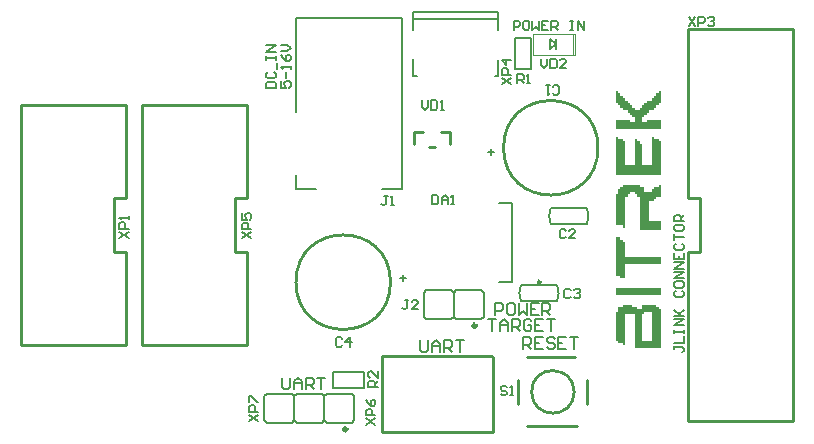
<source format=gto>
G04*
G04 #@! TF.GenerationSoftware,Altium Limited,Altium Designer,18.1.7 (191)*
G04*
G04 Layer_Color=65535*
%FSLAX24Y24*%
%MOIN*%
G70*
G01*
G75*
%ADD10C,0.0100*%
%ADD11C,0.0118*%
%ADD12C,0.0070*%
%ADD13C,0.0098*%
%ADD14C,0.0050*%
%ADD15C,0.0079*%
%ADD16C,0.0039*%
G36*
X55525Y21638D02*
Y21798D01*
X55605D01*
X55685D01*
Y21878D01*
X55765D01*
X55845D01*
X55925D01*
X56005D01*
Y21798D01*
X56085D01*
X56165D01*
Y21718D01*
X56245D01*
X56325D01*
Y21878D01*
X56405D01*
X56485D01*
X56565D01*
X56645D01*
X56725D01*
X56805D01*
Y21798D01*
X56885D01*
Y21718D01*
X56965D01*
Y20438D01*
X56885D01*
X56805D01*
X56725D01*
X56645D01*
X56565D01*
X56485D01*
X56405D01*
X56325D01*
X56245D01*
X56165D01*
X56085D01*
Y21558D01*
X56005D01*
X55925D01*
X55845D01*
X55765D01*
Y20518D01*
X55685D01*
Y20598D01*
X55605D01*
X55525D01*
Y20678D01*
X55445D01*
Y21638D01*
X55525D01*
D02*
G37*
G36*
Y22438D02*
X55605D01*
X55685D01*
X55765D01*
X55845D01*
X55925D01*
X56005D01*
X56085D01*
X56165D01*
X56245D01*
X56325D01*
X56405D01*
X56485D01*
X56565D01*
X56645D01*
X56725D01*
X56805D01*
X56885D01*
X56965D01*
Y22198D01*
X56885D01*
X56805D01*
X56725D01*
X56645D01*
X56565D01*
X56485D01*
X56405D01*
X56325D01*
X56245D01*
X56165D01*
X56085D01*
X56005D01*
X55925D01*
X55845D01*
X55765D01*
X55685D01*
X55605D01*
X55525D01*
X55445D01*
Y22438D01*
X55525D01*
D02*
G37*
G36*
Y24118D02*
X55605D01*
Y24038D01*
X55685D01*
Y23958D01*
X55765D01*
Y23478D01*
X55845D01*
X55925D01*
X56005D01*
X56085D01*
X56165D01*
X56245D01*
X56325D01*
X56405D01*
X56485D01*
X56565D01*
X56645D01*
X56725D01*
X56805D01*
X56885D01*
X56965D01*
Y23238D01*
X56885D01*
X56805D01*
X56725D01*
X56645D01*
X56565D01*
X56485D01*
X56405D01*
X56325D01*
X56245D01*
X56165D01*
X56085D01*
X56005D01*
X55925D01*
X55845D01*
X55765D01*
Y22758D01*
X55685D01*
X55605D01*
Y22838D01*
X55525D01*
X55445D01*
Y24118D01*
X55525D01*
D02*
G37*
G36*
Y25558D02*
Y25718D01*
X55605D01*
Y25798D01*
X55685D01*
Y25878D01*
X55765D01*
X55845D01*
X55925D01*
X56005D01*
X56085D01*
X56165D01*
X56245D01*
Y25798D01*
X56325D01*
X56405D01*
Y25638D01*
X56485D01*
X56565D01*
X56645D01*
Y25718D01*
X56725D01*
Y25798D01*
X56805D01*
X56885D01*
Y25878D01*
X56965D01*
Y25478D01*
X56885D01*
X56805D01*
Y25398D01*
X56725D01*
Y25318D01*
X56645D01*
X56565D01*
Y24678D01*
X56645D01*
X56725D01*
X56805D01*
X56885D01*
X56965D01*
Y24358D01*
X56885D01*
X56805D01*
X56725D01*
X56645D01*
X56565D01*
X56485D01*
X56405D01*
X56325D01*
X56245D01*
Y25478D01*
X56165D01*
Y25558D01*
X56085D01*
Y25638D01*
X56005D01*
X55925D01*
Y25558D01*
X55845D01*
Y25478D01*
X55765D01*
Y24438D01*
X55685D01*
Y24518D01*
X55605D01*
X55525D01*
X55445D01*
Y25558D01*
X55525D01*
D02*
G37*
G36*
Y27478D02*
Y27398D01*
X55605D01*
X55685D01*
Y27318D01*
X55765D01*
Y26518D01*
X55845D01*
X55925D01*
X56005D01*
X56085D01*
Y27398D01*
X56165D01*
Y27318D01*
X56245D01*
Y27238D01*
X56325D01*
Y26518D01*
X56405D01*
X56485D01*
X56565D01*
X56645D01*
Y27478D01*
X56725D01*
Y27398D01*
X56805D01*
X56885D01*
Y27318D01*
X56965D01*
Y26198D01*
X56885D01*
X56805D01*
X56725D01*
X56645D01*
X56565D01*
X56485D01*
X56405D01*
X56325D01*
X56245D01*
X56165D01*
X56085D01*
X56005D01*
X55925D01*
X55845D01*
X55765D01*
X55685D01*
X55605D01*
X55525D01*
X55445D01*
Y27478D01*
X55525D01*
D02*
G37*
G36*
Y28998D02*
Y28918D01*
X55605D01*
Y28838D01*
X55685D01*
Y28758D01*
X55765D01*
Y28678D01*
X55845D01*
Y28598D01*
X55925D01*
Y28518D01*
X56005D01*
Y28438D01*
X56085D01*
Y28358D01*
X56165D01*
X56245D01*
Y28438D01*
X56325D01*
Y28518D01*
X56405D01*
Y28598D01*
X56485D01*
Y28678D01*
X56565D01*
X56645D01*
Y28758D01*
X56725D01*
Y28838D01*
X56805D01*
Y28918D01*
X56885D01*
Y28998D01*
X56965D01*
Y28598D01*
X56885D01*
Y28518D01*
X56805D01*
Y28438D01*
X56725D01*
Y28358D01*
X56645D01*
X56565D01*
Y28278D01*
X56485D01*
Y28198D01*
X56405D01*
Y28118D01*
X56325D01*
Y27958D01*
X56405D01*
X56485D01*
Y28038D01*
X56565D01*
X56645D01*
X56725D01*
X56805D01*
X56885D01*
X56965D01*
Y27718D01*
X56885D01*
X56805D01*
X56725D01*
X56645D01*
X56565D01*
X56485D01*
X56405D01*
X56325D01*
X56245D01*
X56165D01*
X56085D01*
X56005D01*
X55925D01*
X55845D01*
X55765D01*
X55685D01*
X55605D01*
X55525D01*
X55445D01*
Y28038D01*
X55525D01*
X55605D01*
X55685D01*
X55765D01*
X55845D01*
X55925D01*
Y27958D01*
X56005D01*
X56085D01*
Y28118D01*
X56005D01*
Y28198D01*
X55925D01*
Y28278D01*
X55845D01*
Y28358D01*
X55765D01*
X55685D01*
Y28438D01*
X55605D01*
Y28518D01*
X55525D01*
Y28598D01*
X55445D01*
Y28998D01*
X55525D01*
D02*
G37*
%LPC*%
G36*
X56325Y21558D02*
Y20678D01*
X56405D01*
X56485D01*
X56565D01*
X56645D01*
Y21638D01*
X56565D01*
X56485D01*
X56405D01*
Y21558D01*
X56325D01*
D02*
G37*
%LPD*%
D10*
X54862Y27106D02*
G03*
X54862Y27106I-1575J0D01*
G01*
X54066Y18971D02*
G03*
X54066Y18971I-710J0D01*
G01*
X47943Y22628D02*
G03*
X47943Y22628I-1575J0D01*
G01*
X42756Y23643D02*
X43156D01*
X42756Y25443D02*
X43156D01*
X39656Y20543D02*
X43156D01*
X39656Y28543D02*
X43156D01*
X42756Y23643D02*
Y25443D01*
X43156Y20543D02*
Y23643D01*
Y25443D02*
Y28543D01*
X39656Y20543D02*
Y28543D01*
X38724Y23643D02*
X39124D01*
X38724Y25443D02*
X39124D01*
X35624Y20543D02*
X39124D01*
X35624Y28543D02*
X39124D01*
X38724Y23643D02*
Y25443D01*
X39124Y20543D02*
Y23643D01*
Y25443D02*
Y28543D01*
X35624Y20543D02*
Y28543D01*
X57864Y17988D02*
Y23641D01*
Y25441D02*
X58264D01*
X57864D02*
Y31051D01*
Y23641D02*
X58264D01*
Y25441D01*
X57864Y17988D02*
X61364D01*
Y31051D01*
X57864D02*
X61364D01*
X47677Y17638D02*
X49254Y17636D01*
X47677Y20157D02*
X51339D01*
X47654Y17636D02*
Y20136D01*
X51354Y17636D02*
Y20136D01*
X49213Y17638D02*
X51354Y17636D01*
X52506Y17821D02*
X54156D01*
X52506Y20121D02*
X54106D01*
X52206Y18571D02*
Y19371D01*
X54506Y18571D02*
Y19371D01*
X48717Y27644D02*
X49017D01*
X49917Y27244D02*
Y27644D01*
X49617D02*
X49917D01*
X49217Y27144D02*
X49417D01*
X48717Y27244D02*
Y27644D01*
D11*
X50810Y21178D02*
G03*
X50810Y21178I-59J0D01*
G01*
X46495Y17725D02*
G03*
X46495Y17725I-59J0D01*
G01*
D12*
X53497Y22008D02*
G03*
X53497Y22518I-608J256D01*
G01*
X52289D02*
G03*
X52290Y22008I609J-255D01*
G01*
X54491Y24577D02*
G03*
X54491Y25087I-608J256D01*
G01*
X53284D02*
G03*
X53284Y24577I609J-255D01*
G01*
X46014Y19626D02*
X47057D01*
X46014Y19114D02*
X47057D01*
Y19626D01*
X46014Y19114D02*
Y19626D01*
X52293Y22519D02*
X53493D01*
X52293Y22008D02*
X53494D01*
X53287Y25088D02*
X54487D01*
X53287Y24577D02*
X54488D01*
X52618Y29734D02*
Y30778D01*
X52106Y29734D02*
Y30778D01*
Y29734D02*
X52618D01*
X52106Y30778D02*
X52618D01*
D13*
X52953Y22628D02*
G03*
X52953Y22628I-49J0D01*
G01*
D14*
X48335Y25724D02*
X48337Y31427D01*
X44793D02*
X44795Y28304D01*
X44793Y31427D02*
X48337D01*
X47665Y25724D02*
X48335D01*
X44795D02*
Y26194D01*
Y25724D02*
X45465D01*
X53465Y30404D02*
Y30719D01*
X53268D02*
X53465Y30561D01*
X53268Y30404D02*
Y30719D01*
Y30404D02*
X53465Y30561D01*
D15*
X49972Y21396D02*
X50051Y21475D01*
X49130Y21396D02*
X49972D01*
X49051Y21475D02*
X49130Y21396D01*
X49051Y21475D02*
Y22282D01*
X49130Y22360D01*
X49972D01*
X50051Y22282D01*
Y21475D02*
Y22282D01*
X51051Y21475D02*
Y22282D01*
X50972Y22360D02*
X51051Y22282D01*
X50130Y22360D02*
X50972D01*
X50051Y22282D02*
X50130Y22360D01*
X50051Y21475D02*
X50130Y21396D01*
X50972D01*
X51051Y21475D01*
X46657Y17943D02*
X46736Y18022D01*
X43736D02*
Y18829D01*
X44657Y18907D02*
X44736Y18829D01*
X43815Y18907D02*
X44657D01*
X43815Y17943D02*
X44657D01*
X44736Y18022D01*
X45657Y17943D02*
X45736Y18022D01*
X44815Y17943D02*
X45657D01*
X44736Y18022D02*
X44815Y17943D01*
X44736Y18022D02*
Y18829D01*
X44815Y18907D01*
X45657D01*
X45736Y18829D01*
Y18022D02*
Y18829D01*
X46736Y18022D02*
Y18829D01*
X46657Y18907D02*
X46736Y18829D01*
X45815Y18907D02*
X46657D01*
X45736Y18829D02*
X45815Y18907D01*
X45736Y18022D02*
X45815Y17943D01*
X46657D01*
X46736Y18022D01*
X43736Y18829D02*
X43815Y18907D01*
X43736Y18022D02*
X43815Y17943D01*
X51575Y25266D02*
X52008D01*
X51575Y22628D02*
X52008D01*
Y25266D01*
X51535Y31398D02*
Y31644D01*
X48701D02*
X51535D01*
X48701Y31407D02*
Y31644D01*
X51427Y29508D02*
X51535D01*
Y30039D01*
Y31033D02*
Y31407D01*
X48701D02*
X51535D01*
X48701Y29508D02*
X48819D01*
X48701D02*
Y30059D01*
Y31024D02*
Y31407D01*
X44301Y29324D02*
Y29114D01*
X44459D01*
X44406Y29219D01*
Y29272D01*
X44459Y29324D01*
X44564D01*
X44616Y29272D01*
Y29167D01*
X44564Y29114D01*
X44459Y29429D02*
Y29639D01*
X44616Y29744D02*
Y29849D01*
Y29796D01*
X44301D01*
X44354Y29744D01*
X44301Y30216D02*
X44354Y30111D01*
X44459Y30006D01*
X44564D01*
X44616Y30059D01*
Y30164D01*
X44564Y30216D01*
X44511D01*
X44459Y30164D01*
Y30006D01*
X44301Y30321D02*
X44511D01*
X44616Y30426D01*
X44511Y30531D01*
X44301D01*
X43809Y29104D02*
X44124D01*
Y29262D01*
X44072Y29314D01*
X43862D01*
X43809Y29262D01*
Y29104D01*
X43862Y29629D02*
X43809Y29577D01*
Y29472D01*
X43862Y29419D01*
X44072D01*
X44124Y29472D01*
Y29577D01*
X44072Y29629D01*
X44176Y29734D02*
Y29944D01*
X43809Y30049D02*
Y30154D01*
Y30101D01*
X44124D01*
Y30049D01*
Y30154D01*
Y30311D02*
X43809D01*
X44124Y30521D01*
X43809D01*
X57402Y20505D02*
Y20400D01*
Y20453D01*
X57664D01*
X57717Y20400D01*
Y20348D01*
X57664Y20295D01*
X57402Y20610D02*
X57717D01*
Y20820D01*
X57402Y20925D02*
Y21030D01*
Y20977D01*
X57717D01*
Y20925D01*
Y21030D01*
Y21187D02*
X57402D01*
X57717Y21397D01*
X57402D01*
Y21502D02*
X57717D01*
X57612D01*
X57402Y21712D01*
X57559Y21555D01*
X57717Y21712D01*
X57454Y22342D02*
X57402Y22289D01*
Y22184D01*
X57454Y22132D01*
X57664D01*
X57717Y22184D01*
Y22289D01*
X57664Y22342D01*
X57402Y22604D02*
Y22499D01*
X57454Y22447D01*
X57664D01*
X57717Y22499D01*
Y22604D01*
X57664Y22657D01*
X57454D01*
X57402Y22604D01*
X57717Y22762D02*
X57402D01*
X57717Y22972D01*
X57402D01*
X57717Y23077D02*
X57402D01*
X57717Y23286D01*
X57402D01*
Y23601D02*
Y23391D01*
X57717D01*
Y23601D01*
X57559Y23391D02*
Y23496D01*
X57454Y23916D02*
X57402Y23864D01*
Y23759D01*
X57454Y23706D01*
X57664D01*
X57717Y23759D01*
Y23864D01*
X57664Y23916D01*
X57402Y24021D02*
Y24231D01*
Y24126D01*
X57717D01*
X57402Y24493D02*
Y24388D01*
X57454Y24336D01*
X57664D01*
X57717Y24388D01*
Y24493D01*
X57664Y24546D01*
X57454D01*
X57402Y24493D01*
X57717Y24651D02*
X57402D01*
Y24808D01*
X57454Y24861D01*
X57559D01*
X57612Y24808D01*
Y24651D01*
Y24756D02*
X57717Y24861D01*
X52047Y31033D02*
Y31348D01*
X52205D01*
X52257Y31296D01*
Y31191D01*
X52205Y31138D01*
X52047D01*
X52520Y31348D02*
X52415D01*
X52362Y31296D01*
Y31086D01*
X52415Y31033D01*
X52520D01*
X52572Y31086D01*
Y31296D01*
X52520Y31348D01*
X52677D02*
Y31033D01*
X52782Y31138D01*
X52887Y31033D01*
Y31348D01*
X53202D02*
X52992D01*
Y31033D01*
X53202D01*
X52992Y31191D02*
X53097D01*
X53307Y31033D02*
Y31348D01*
X53464D01*
X53517Y31296D01*
Y31191D01*
X53464Y31138D01*
X53307D01*
X53412D02*
X53517Y31033D01*
X53936Y31348D02*
X54041D01*
X53989D01*
Y31033D01*
X53936D01*
X54041D01*
X54199D02*
Y31348D01*
X54409Y31033D01*
Y31348D01*
X52362Y20394D02*
Y20787D01*
X52559D01*
X52625Y20722D01*
Y20590D01*
X52559Y20525D01*
X52362D01*
X52493D02*
X52625Y20394D01*
X53018Y20787D02*
X52756D01*
Y20394D01*
X53018D01*
X52756Y20590D02*
X52887D01*
X53412Y20722D02*
X53346Y20787D01*
X53215D01*
X53149Y20722D01*
Y20656D01*
X53215Y20590D01*
X53346D01*
X53412Y20525D01*
Y20459D01*
X53346Y20394D01*
X53215D01*
X53149Y20459D01*
X53805Y20787D02*
X53543D01*
Y20394D01*
X53805D01*
X53543Y20590D02*
X53674D01*
X53937Y20787D02*
X54199D01*
X54068D01*
Y20394D01*
X51201Y21407D02*
X51463D01*
X51332D01*
Y21014D01*
X51594D02*
Y21276D01*
X51726Y21407D01*
X51857Y21276D01*
Y21014D01*
Y21211D01*
X51594D01*
X51988Y21014D02*
Y21407D01*
X52185D01*
X52250Y21342D01*
Y21211D01*
X52185Y21145D01*
X51988D01*
X52119D02*
X52250Y21014D01*
X52644Y21342D02*
X52578Y21407D01*
X52447D01*
X52382Y21342D01*
Y21079D01*
X52447Y21014D01*
X52578D01*
X52644Y21079D01*
Y21211D01*
X52513D01*
X53037Y21407D02*
X52775D01*
Y21014D01*
X53037D01*
X52775Y21211D02*
X52906D01*
X53169Y21407D02*
X53431D01*
X53300D01*
Y21014D01*
X51437Y21526D02*
Y21919D01*
X51634D01*
X51699Y21854D01*
Y21722D01*
X51634Y21657D01*
X51437D01*
X52027Y21919D02*
X51896D01*
X51831Y21854D01*
Y21591D01*
X51896Y21526D01*
X52027D01*
X52093Y21591D01*
Y21854D01*
X52027Y21919D01*
X52224D02*
Y21526D01*
X52355Y21657D01*
X52487Y21526D01*
Y21919D01*
X52880D02*
X52618D01*
Y21526D01*
X52880D01*
X52618Y21722D02*
X52749D01*
X53011Y21526D02*
Y21919D01*
X53208D01*
X53274Y21854D01*
Y21722D01*
X53208Y21657D01*
X53011D01*
X53142D02*
X53274Y21526D01*
X48937Y20709D02*
Y20381D01*
X49003Y20315D01*
X49134D01*
X49199Y20381D01*
Y20709D01*
X49331Y20315D02*
Y20577D01*
X49462Y20709D01*
X49593Y20577D01*
Y20315D01*
Y20512D01*
X49331D01*
X49724Y20315D02*
Y20709D01*
X49921D01*
X49987Y20643D01*
Y20512D01*
X49921Y20446D01*
X49724D01*
X49855D02*
X49987Y20315D01*
X50118Y20709D02*
X50380D01*
X50249D01*
Y20315D01*
X44331Y19449D02*
Y19121D01*
X44396Y19055D01*
X44528D01*
X44593Y19121D01*
Y19449D01*
X44724Y19055D02*
Y19318D01*
X44855Y19449D01*
X44987Y19318D01*
Y19055D01*
Y19252D01*
X44724D01*
X45118Y19055D02*
Y19449D01*
X45315D01*
X45380Y19383D01*
Y19252D01*
X45315Y19186D01*
X45118D01*
X45249D02*
X45380Y19055D01*
X45511Y19449D02*
X45774D01*
X45643D01*
Y19055D01*
X51201Y26959D02*
X51411D01*
X51306Y27064D02*
Y26854D01*
X48455Y22776D02*
X48245D01*
X48350Y22671D02*
Y22881D01*
X43228Y17992D02*
X43543Y18202D01*
X43228D02*
X43543Y17992D01*
Y18307D02*
X43228D01*
Y18464D01*
X43281Y18517D01*
X43386D01*
X43438Y18464D01*
Y18307D01*
X43228Y18622D02*
Y18832D01*
X43281D01*
X43491Y18622D01*
X43543D01*
X47126Y17874D02*
X47441Y18084D01*
X47126D02*
X47441Y17874D01*
Y18189D02*
X47126D01*
Y18346D01*
X47179Y18399D01*
X47284D01*
X47336Y18346D01*
Y18189D01*
X47126Y18714D02*
X47179Y18609D01*
X47284Y18504D01*
X47388D01*
X47441Y18556D01*
Y18661D01*
X47388Y18714D01*
X47336D01*
X47284Y18661D01*
Y18504D01*
X42992Y24085D02*
X43307Y24295D01*
X42992D02*
X43307Y24085D01*
Y24399D02*
X42992D01*
Y24557D01*
X43045Y24609D01*
X43150D01*
X43202Y24557D01*
Y24399D01*
X42992Y24924D02*
Y24714D01*
X43150D01*
X43097Y24819D01*
Y24872D01*
X43150Y24924D01*
X43255D01*
X43307Y24872D01*
Y24767D01*
X43255Y24714D01*
X51654Y29232D02*
X51968Y29442D01*
X51654D02*
X51968Y29232D01*
Y29547D02*
X51654D01*
Y29705D01*
X51706Y29757D01*
X51811D01*
X51864Y29705D01*
Y29547D01*
X51968Y30019D02*
X51654D01*
X51811Y29862D01*
Y30072D01*
X57894Y31476D02*
X58104Y31161D01*
Y31476D02*
X57894Y31161D01*
X58209D02*
Y31476D01*
X58366D01*
X58418Y31424D01*
Y31319D01*
X58366Y31266D01*
X58209D01*
X58523Y31424D02*
X58576Y31476D01*
X58681D01*
X58733Y31424D01*
Y31371D01*
X58681Y31319D01*
X58628D01*
X58681D01*
X58733Y31266D01*
Y31214D01*
X58681Y31161D01*
X58576D01*
X58523Y31214D01*
X38898Y24094D02*
X39213Y24304D01*
X38898D02*
X39213Y24094D01*
Y24409D02*
X38898D01*
Y24567D01*
X38950Y24619D01*
X39055D01*
X39108Y24567D01*
Y24409D01*
X39213Y24724D02*
Y24829D01*
Y24777D01*
X38898D01*
X38950Y24724D01*
X52953Y30079D02*
Y29869D01*
X53058Y29764D01*
X53163Y29869D01*
Y30079D01*
X53268D02*
Y29764D01*
X53425D01*
X53478Y29816D01*
Y30026D01*
X53425Y30079D01*
X53268D01*
X53792Y29764D02*
X53582D01*
X53792Y29974D01*
Y30026D01*
X53740Y30079D01*
X53635D01*
X53582Y30026D01*
X48983Y28690D02*
Y28481D01*
X49088Y28376D01*
X49193Y28481D01*
Y28690D01*
X49298D02*
Y28376D01*
X49455D01*
X49507Y28428D01*
Y28638D01*
X49455Y28690D01*
X49298D01*
X49612Y28376D02*
X49717D01*
X49665D01*
Y28690D01*
X49612Y28638D01*
X51824Y19121D02*
X51772Y19173D01*
X51667D01*
X51614Y19121D01*
Y19068D01*
X51667Y19016D01*
X51772D01*
X51824Y18963D01*
Y18911D01*
X51772Y18858D01*
X51667D01*
X51614Y18911D01*
X51929Y18858D02*
X52034D01*
X51982D01*
Y19173D01*
X51929Y19121D01*
X47520Y19134D02*
X47205D01*
Y19291D01*
X47257Y19344D01*
X47362D01*
X47415Y19291D01*
Y19134D01*
Y19239D02*
X47520Y19344D01*
Y19659D02*
Y19449D01*
X47310Y19659D01*
X47257D01*
X47205Y19606D01*
Y19501D01*
X47257Y19449D01*
X52175Y29252D02*
Y29567D01*
X52333D01*
X52385Y29514D01*
Y29409D01*
X52333Y29357D01*
X52175D01*
X52280D02*
X52385Y29252D01*
X52490D02*
X52595D01*
X52543D01*
Y29567D01*
X52490Y29514D01*
X48544Y22033D02*
X48440D01*
X48492D01*
Y21771D01*
X48440Y21718D01*
X48387D01*
X48335Y21771D01*
X48859Y21718D02*
X48649D01*
X48859Y21928D01*
Y21980D01*
X48807Y22033D01*
X48702D01*
X48649Y21980D01*
X47848Y25512D02*
X47743D01*
X47795D01*
Y25249D01*
X47743Y25197D01*
X47690D01*
X47638Y25249D01*
X47953Y25197D02*
X48058D01*
X48005D01*
Y25512D01*
X47953Y25459D01*
X49331Y25531D02*
Y25217D01*
X49488D01*
X49541Y25269D01*
Y25479D01*
X49488Y25531D01*
X49331D01*
X49646Y25217D02*
Y25426D01*
X49751Y25531D01*
X49855Y25426D01*
Y25217D01*
Y25374D01*
X49646D01*
X49960Y25217D02*
X50065D01*
X50013D01*
Y25531D01*
X49960Y25479D01*
X46332Y20735D02*
X46279Y20787D01*
X46175D01*
X46122Y20735D01*
Y20525D01*
X46175Y20472D01*
X46279D01*
X46332Y20525D01*
X46594Y20472D02*
Y20787D01*
X46437Y20630D01*
X46647D01*
X53950Y22359D02*
X53898Y22411D01*
X53793D01*
X53740Y22359D01*
Y22149D01*
X53793Y22096D01*
X53898D01*
X53950Y22149D01*
X54055Y22359D02*
X54107Y22411D01*
X54212D01*
X54265Y22359D01*
Y22306D01*
X54212Y22254D01*
X54160D01*
X54212D01*
X54265Y22201D01*
Y22149D01*
X54212Y22096D01*
X54107D01*
X54055Y22149D01*
X53793Y24347D02*
X53740Y24399D01*
X53635D01*
X53583Y24347D01*
Y24137D01*
X53635Y24085D01*
X53740D01*
X53793Y24137D01*
X54107Y24085D02*
X53898D01*
X54107Y24295D01*
Y24347D01*
X54055Y24399D01*
X53950D01*
X53898Y24347D01*
X53353Y28931D02*
X53406Y28878D01*
X53511D01*
X53563Y28931D01*
Y29140D01*
X53511Y29193D01*
X53406D01*
X53353Y29140D01*
X53248Y29193D02*
X53143D01*
X53196D01*
Y28878D01*
X53248Y28931D01*
D16*
X54024Y30211D02*
Y30911D01*
X52709Y30211D02*
Y30911D01*
Y30211D02*
X54024D01*
X52709Y30911D02*
X54024D01*
X53986D02*
X54107D01*
X54106Y30210D02*
Y30911D01*
X53994Y30211D02*
X54106D01*
M02*

</source>
